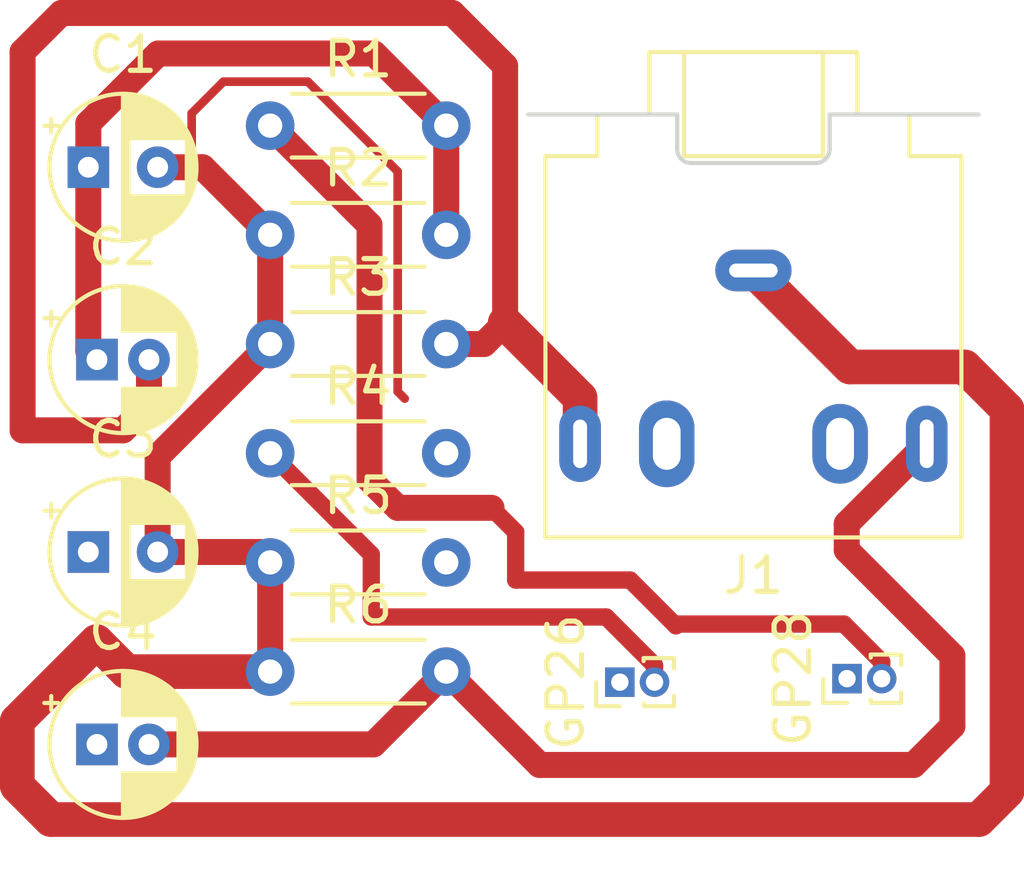
<source format=kicad_pcb>
(kicad_pcb (version 20221018) (generator pcbnew)
  (layers (0 "F.Cu" signal) (31 "B.Cu" signal) (34 "B.Paste" user) (35 "F.Paste" user) (36 "B.SilkS" user "B.Silkscreen") (37 "F.SilkS" user "F.Silkscreen") (38 "B.Mask" user) (39 "F.Mask" user) (44 "Edge.Cuts" user))
  (net 0 "")
  (net 1 "Net-(C2-Pad2)")
  (net 2 "Net-(C3-Pad1)")
  (net 3 "Net-(C1-Pad1)")
  (net 4 "GND")
  (net 5 "Net-(C4-Pad2)")
  (net 8 "Net-(GP26-Pad2)")
  (net 9 "Net-(GP28-Pad2)")
  (footprint "Capacitor_THT:CP_Radial_D4.0mm_P2.00mm" (layer "F.Cu") (at 145.913401 108.31)
    (fp_text reference "C3" (at 1 -3.25) (layer "F.SilkS"))
    (fp_text value "100nF")
    (pad "1" thru_hole rect (at 0 0) (size 1.2 1.2) (drill 0.6) (layers "*.Cu" "*.Mask") (net 2 "Net-(C3-Pad1)"))
    (pad "2" thru_hole circle (at 2 0) (size 1.2 1.2) (drill 0.6) (layers "*.Cu" "*.Mask") (net 4 "GND"))
  )
  (footprint "Resistor_THT:R_Axial_DIN0204_L3.6mm_D1.6mm_P5.08mm_Horizontal" (layer "F.Cu") (at 151.1586 111.76)
    (fp_text reference "R6" (at 2.54 -1.92) (layer "F.SilkS"))
    (fp_text value "1,8k")
    (pad "1" thru_hole circle (at 0 0) (size 1.4 1.4) (drill 0.7) (layers "*.Cu" "*.Mask") (net 4 "GND"))
    (pad "2" thru_hole oval (at 5.08 0) (size 1.4 1.4) (drill 0.7) (layers "*.Cu" "*.Mask") (net 5 "Net-(C4-Pad2)"))
  )
  (footprint "Capacitor_THT:CP_Radial_D4.0mm_P1.50mm" (layer "F.Cu") (at 146.163401 113.86)
    (fp_text reference "C4" (at 0.75 -3.25) (layer "F.SilkS"))
    (fp_text value "47uF")
    (pad "1" thru_hole rect (at 0 0) (size 1.2 1.2) (drill 0.6) (layers "*.Cu" "*.Mask") (net 2 "Net-(C3-Pad1)"))
    (pad "2" thru_hole circle (at 1.5 0) (size 1.2 1.2) (drill 0.6) (layers "*.Cu" "*.Mask") (net 5 "Net-(C4-Pad2)"))
  )
  (footprint "Resistor_THT:R_Axial_DIN0204_L3.6mm_D1.6mm_P5.08mm_Horizontal" (layer "F.Cu") (at 151.1586 96.01)
    (fp_text reference "R1" (at 2.54 -1.92) (layer "F.SilkS"))
    (fp_text value "220")
    (pad "1" thru_hole circle (at 0 0) (size 1.4 1.4) (drill 0.7) (layers "*.Cu" "*.Mask") (net 9 "Net-(GP28-Pad2)"))
    (pad "2" thru_hole oval (at 5.08 0) (size 1.4 1.4) (drill 0.7) (layers "*.Cu" "*.Mask") (net 3 "Net-(C1-Pad1)"))
  )
  (footprint "Capacitor_THT:CP_Radial_D4.0mm_P2.00mm" (layer "F.Cu") (at 145.913401 97.21)
    (fp_text reference "C1" (at 1 -3.25) (layer "F.SilkS"))
    (fp_text value "100nF")
    (pad "1" thru_hole rect (at 0 0) (size 1.2 1.2) (drill 0.6) (layers "*.Cu" "*.Mask") (net 3 "Net-(C1-Pad1)"))
    (pad "2" thru_hole circle (at 2 0) (size 1.2 1.2) (drill 0.6) (layers "*.Cu" "*.Mask") (net 4 "GND"))
  )
  (footprint "Resistor_THT:R_Axial_DIN0204_L3.6mm_D1.6mm_P5.08mm_Horizontal" (layer "F.Cu") (at 151.1586 108.61)
    (fp_text reference "R5" (at 2.54 -1.92) (layer "F.SilkS"))
    (fp_text value "100")
    (pad "1" thru_hole circle (at 0 0) (size 1.4 1.4) (drill 0.7) (layers "*.Cu" "*.Mask") (net 4 "GND"))
    (pad "2" thru_hole oval (at 5.08 0) (size 1.4 1.4) (drill 0.7) (layers "*.Cu" "*.Mask") (net 2 "Net-(C3-Pad1)"))
  )
  (footprint "Resistor_THT:R_Axial_DIN0204_L3.6mm_D1.6mm_P5.08mm_Horizontal" (layer "F.Cu") (at 151.1586 105.46)
    (fp_text reference "R4" (at 2.54 -1.92) (layer "F.SilkS"))
    (fp_text value "220")
    (pad "1" thru_hole circle (at 0 0) (size 1.4 1.4) (drill 0.7) (layers "*.Cu" "*.Mask") (net 8 "Net-(GP26-Pad2)"))
    (pad "2" thru_hole oval (at 5.08 0) (size 1.4 1.4) (drill 0.7) (layers "*.Cu" "*.Mask") (net 2 "Net-(C3-Pad1)"))
  )
  (footprint "Capacitor_THT:CP_Radial_D4.0mm_P1.50mm" (layer "F.Cu") (at 146.163401 102.76)
    (fp_text reference "C2" (at 0.75 -3.25) (layer "F.SilkS"))
    (fp_text value "47uF")
    (pad "1" thru_hole rect (at 0 0) (size 1.2 1.2) (drill 0.6) (layers "*.Cu" "*.Mask") (net 3 "Net-(C1-Pad1)"))
    (pad "2" thru_hole circle (at 1.5 0) (size 1.2 1.2) (drill 0.6) (layers "*.Cu" "*.Mask") (net 1 "Net-(C2-Pad2)"))
  )
  (footprint "Connector_PinHeader_1.00mm:PinHeader_1x02_P1.00mm_Vertical" (layer "F.Cu") (at 161.2472 112.0648 90)
    (fp_text reference "GP26" (at 0 -1.56 90) (layer "F.SilkS"))
    (fp_text value "~")
    (pad "1" thru_hole rect (at 0 0 90) (size 0.85 0.85) (drill 0.5) (layers "*.Cu" "*.Mask"))
    (pad "2" thru_hole oval (at 0 1 90) (size 0.85 0.85) (drill 0.5) (layers "*.Cu" "*.Mask") (net 8 "Net-(GP26-Pad2)"))
  )
  (footprint "Connector_Audio:Jack_3.5mm_CUI_SJ1-3525N_Horizontal" (layer "F.Cu") (at 165.1 100.1888 180)
    (fp_text reference "J1" (at 0 -8.8) (layer "F.SilkS"))
    (fp_text value "AudioJack3")
    (fp_line (start -2.2 3.5) (end -2.2 4.5) (stroke (width 0.12)) (layer "Edge.Cuts"))
    (fp_line (start -2.2 4.5) (end -6.5 4.5) (stroke (width 0.12)) (layer "Edge.Cuts"))
    (fp_line (start 1.8 3.1) (end -1.8 3.1) (stroke (width 0.12)) (layer "Edge.Cuts"))
    (fp_line (start 2.2 3.5) (end 2.2 4.5) (stroke (width 0.12)) (layer "Edge.Cuts"))
    (fp_line (start 2.2 4.5) (end 6.5 4.5) (stroke (width 0.12)) (layer "Edge.Cuts"))
    (fp_arc (start -2.2 3.5) (mid -2.082842 3.217158) (end -1.8 3.1) (stroke (width 0.12)) (layer "Edge.Cuts"))
    (fp_arc (start 1.8 3.1) (mid 2.082843 3.217157) (end 2.2 3.5) (stroke (width 0.12)) (layer "Edge.Cuts"))
    (pad "" np_thru_hole circle (at -5 0 180) (size 1.2 1.2) (drill 1.2) (layers "*.Cu"))
    (pad "" np_thru_hole circle (at -5 2.5 180) (size 1.2 1.2) (drill 1.2) (layers "*.Cu"))
    (pad "" np_thru_hole circle (at 0 -5 180) (size 1.2 1.2) (drill 1.2) (layers "*.Cu"))
    (pad "" np_thru_hole circle (at 5 0 180) (size 1.2 1.2) (drill 1.2) (layers "*.Cu"))
    (pad "" np_thru_hole circle (at 5 2.5 180) (size 1.2 1.2) (drill 1.2) (layers "*.Cu"))
    (pad "R" thru_hole oval (at -5 -5 180) (size 1.2 2.2) (drill oval 0.4 1.4) (layers "*.Cu" "*.Mask") (net 5 "Net-(C4-Pad2)"))
    (pad "RN" thru_hole oval (at -2.5 -5 180) (size 1.6 2.3) (drill oval 0.8 1.5) (layers "*.Cu" "*.Mask"))
    (pad "S" thru_hole oval (at 0 0 180) (size 2.2 1.2) (drill oval 1.4 0.4) (layers "*.Cu" "*.Mask") (net 4 "GND"))
    (pad "T" thru_hole oval (at 5 -5) (size 1.2 2.2) (drill oval 0.4 1.4) (layers "*.Cu" "*.Mask") (net 1 "Net-(C2-Pad2)"))
    (pad "TN" thru_hole oval (at 2.5 -5) (size 1.6 2.5) (drill oval 0.8 1.5) (layers "*.Cu" "*.Mask"))
  )
  (footprint "Resistor_THT:R_Axial_DIN0204_L3.6mm_D1.6mm_P5.08mm_Horizontal" (layer "F.Cu") (at 151.1586 99.16)
    (fp_text reference "R2" (at 2.54 -1.92) (layer "F.SilkS"))
    (fp_text value "100")
    (pad "1" thru_hole circle (at 0 0) (size 1.4 1.4) (drill 0.7) (layers "*.Cu" "*.Mask") (net 4 "GND"))
    (pad "2" thru_hole oval (at 5.08 0) (size 1.4 1.4) (drill 0.7) (layers "*.Cu" "*.Mask") (net 3 "Net-(C1-Pad1)"))
  )
  (footprint "Connector_PinHeader_1.00mm:PinHeader_1x02_P1.00mm_Vertical" (layer "F.Cu") (at 167.8004 111.9632 90)
    (fp_text reference "GP28" (at 0 -1.56 90) (layer "F.SilkS"))
    (fp_text value "~")
    (pad "1" thru_hole rect (at 0 0 90) (size 0.85 0.85) (drill 0.5) (layers "*.Cu" "*.Mask"))
    (pad "2" thru_hole oval (at 0 1 90) (size 0.85 0.85) (drill 0.5) (layers "*.Cu" "*.Mask") (net 9 "Net-(GP28-Pad2)"))
  )
  (footprint "Resistor_THT:R_Axial_DIN0204_L3.6mm_D1.6mm_P5.08mm_Horizontal" (layer "F.Cu") (at 151.1586 102.31)
    (fp_text reference "R3" (at 2.54 -1.92) (layer "F.SilkS"))
    (fp_text value "1,8k")
    (pad "1" thru_hole circle (at 0 0) (size 1.4 1.4) (drill 0.7) (layers "*.Cu" "*.Mask") (net 4 "GND"))
    (pad "2" thru_hole oval (at 5.08 0) (size 1.4 1.4) (drill 0.7) (layers "*.Cu" "*.Mask") (net 1 "Net-(C2-Pad2)"))
  )
  (segment (start 157.9372 94.2848) (end 156.4132 92.7608) (width 0.75) (layer "F.Cu") (net 1))
  (segment (start 156.4132 92.7608) (end 145.1356 92.7608) (width 0.75) (layer "F.Cu") (net 1))
  (segment (start 144.018 104.8004) (end 146.9136 104.8004) (width 0.75) (layer "F.Cu") (net 1))
  (segment (start 146.9136 104.8004) (end 147.663401 104.050599) (width 0.75) (layer "F.Cu") (net 1))
  (segment (start 147.663401 104.050599) (end 147.663401 102.76) (width 0.75) (layer "F.Cu") (net 1))
  (segment (start 160.1 103.8644) (end 157.9372 101.7016) (width 1) (layer "F.Cu") (net 1))
  (segment (start 157.9372 101.7016) (end 157.9372 94.2848) (width 0.75) (layer "F.Cu") (net 1))
  (segment (start 157.3288 102.31) (end 157.9372 101.7016) (width 0.75) (layer "F.Cu") (net 1))
  (segment (start 156.2386 102.31) (end 157.3288 102.31) (width 0.75) (layer "F.Cu") (net 1))
  (segment (start 160.1 105.1888) (end 160.1 103.8644) (width 1) (layer "F.Cu") (net 1))
  (segment (start 145.1356 92.7608) (end 144.018 93.8784) (width 0.75) (layer "F.Cu") (net 1))
  (segment (start 144.018 93.8784) (end 144.018 104.8004) (width 0.75) (layer "F.Cu") (net 1))
  (segment (start 154.1578 93.9292) (end 156.2386 96.01) (width 0.75) (layer "F.Cu") (net 3))
  (segment (start 147.9296 93.9292) (end 154.1578 93.9292) (width 0.75) (layer "F.Cu") (net 3))
  (segment (start 145.913401 97.21) (end 145.913401 95.945399) (width 0.75) (layer "F.Cu") (net 3))
  (segment (start 145.913401 97.21) (end 145.913401 102.51) (width 0.75) (layer "F.Cu") (net 3))
  (segment (start 145.913401 102.51) (end 146.163401 102.76) (width 0.75) (layer "F.Cu") (net 3))
  (segment (start 145.913401 95.945399) (end 147.9296 93.9292) (width 0.75) (layer "F.Cu") (net 3))
  (segment (start 156.2386 96.01) (end 156.2386 99.16) (width 0.75) (layer "F.Cu") (net 3))
  (segment (start 148.8948 95.6564) (end 148.8948 96.8962) (width 0.25) (layer "F.Cu") (net 4))
  (segment (start 147.0152 111.76) (end 151.1586 111.76) (width 1) (layer "F.Cu") (net 4))
  (segment (start 171.196 102.9716) (end 172.4152 104.1908) (width 1) (layer "F.Cu") (net 4))
  (segment (start 171.6024 116.0272) (end 144.8308 116.0272) (width 1) (layer "F.Cu") (net 4))
  (segment (start 150.8586 108.31) (end 151.1586 108.61) (width 0.75) (layer "F.Cu") (net 4))
  (segment (start 143.8656 113.1824) (end 146.1516 110.8964) (width 1) (layer "F.Cu") (net 4))
  (segment (start 152.2476 94.742) (end 149.8092 94.742) (width 0.25) (layer "F.Cu") (net 4))
  (segment (start 151.1586 108.61) (end 151.1586 111.76) (width 0.75) (layer "F.Cu") (net 4))
  (segment (start 148.8948 96.8962) (end 149.2086 97.21) (width 0.25) (layer "F.Cu") (net 4))
  (segment (start 167.8828 102.9716) (end 171.196 102.9716) (width 1) (layer "F.Cu") (net 4))
  (segment (start 144.8308 116.0272) (end 143.8656 115.062) (width 1) (layer "F.Cu") (net 4))
  (segment (start 147.913401 108.31) (end 150.8586 108.31) (width 0.75) (layer "F.Cu") (net 4))
  (segment (start 149.2086 97.21) (end 151.1586 99.16) (width 0.75) (layer "F.Cu") (net 4))
  (segment (start 147.913401 105.555199) (end 147.913401 108.31) (width 0.75) (layer "F.Cu") (net 4))
  (segment (start 151.1586 102.31) (end 147.913401 105.555199) (width 0.75) (layer "F.Cu") (net 4))
  (segment (start 172.4152 115.2144) (end 171.6024 116.0272) (width 1) (layer "F.Cu") (net 4))
  (segment (start 149.8092 94.742) (end 148.8948 95.6564) (width 0.25) (layer "F.Cu") (net 4))
  (segment (start 154.8384 103.6828) (end 154.8384 97.3328) (width 0.25) (layer "F.Cu") (net 4))
  (segment (start 146.1516 110.8964) (end 147.0152 111.76) (width 1) (layer "F.Cu") (net 4))
  (segment (start 154.8384 97.3328) (end 152.2476 94.742) (width 0.25) (layer "F.Cu") (net 4))
  (segment (start 165.1 100.1888) (end 167.8828 102.9716) (width 1) (layer "F.Cu") (net 4))
  (segment (start 143.8656 115.062) (end 143.8656 113.1824) (width 1) (layer "F.Cu") (net 4))
  (segment (start 172.4152 104.1908) (end 172.4152 115.2144) (width 1) (layer "F.Cu") (net 4))
  (segment (start 147.913401 97.21) (end 149.2086 97.21) (width 0.75) (layer "F.Cu") (net 4))
  (segment (start 155.0406 103.885) (end 154.8384 103.6828) (width 0.25) (layer "F.Cu") (net 4))
  (segment (start 151.1586 99.16) (end 151.1586 102.31) (width 0.75) (layer "F.Cu") (net 4))
  (segment (start 170.8404 111.3028) (end 167.7924 108.2548) (width 0.75) (layer "F.Cu") (net 5))
  (segment (start 147.663401 113.86) (end 154.1386 113.86) (width 0.75) (layer "F.Cu") (net 5))
  (segment (start 158.931 114.4524) (end 169.7228 114.4524) (width 0.75) (layer "F.Cu") (net 5))
  (segment (start 167.7924 108.2548) (end 167.7924 107.4964) (width 0.75) (layer "F.Cu") (net 5))
  (segment (start 170.8404 113.3348) (end 170.8404 111.3028) (width 0.75) (layer "F.Cu") (net 5))
  (segment (start 167.7924 107.4964) (end 170.1 105.1888) (width 0.75) (layer "F.Cu") (net 5))
  (segment (start 169.7228 114.4524) (end 170.8404 113.3348) (width 0.75) (layer "F.Cu") (net 5))
  (segment (start 154.1386 113.86) (end 156.2386 111.76) (width 0.75) (layer "F.Cu") (net 5))
  (segment (start 156.2386 111.76) (end 158.931 114.4524) (width 0.75) (layer "F.Cu") (net 5))
  (segment (start 154.0764 108.3778) (end 151.1586 105.46) (width 0.5) (layer "F.Cu") (net 8))
  (segment (start 162.2472 112.0648) (end 162.2472 111.578404) (width 0.5) (layer "F.Cu") (net 8))
  (segment (start 154.0764 110.1852) (end 154.0764 108.3778) (width 0.5) (layer "F.Cu") (net 8))
  (segment (start 160.853996 110.1852) (end 154.0764 110.1852) (width 0.5) (layer "F.Cu") (net 8))
  (segment (start 162.2472 111.578404) (end 160.853996 110.1852) (width 0.5) (layer "F.Cu") (net 8))
  (segment (start 154.0256 98.877) (end 154.0256 106.2228) (width 0.75) (layer "F.Cu") (net 9))
  (segment (start 158.242 109.1184) (end 158.242 107.731953) (width 0.5) (layer "F.Cu") (net 9))
  (segment (start 154.0256 106.2228) (end 154.8384 107.0356) (width 0.75) (layer "F.Cu") (net 9))
  (segment (start 162.9156 110.3884) (end 162.8648 110.4392) (width 0.5) (layer "F.Cu") (net 9))
  (segment (start 162.8648 110.4392) (end 161.544 109.1184) (width 0.5) (layer "F.Cu") (net 9))
  (segment (start 161.544 109.1184) (end 158.242 109.1184) (width 0.5) (layer "F.Cu") (net 9))
  (segment (start 168.8004 111.476804) (end 167.711996 110.3884) (width 0.5) (layer "F.Cu") (net 9))
  (segment (start 154.8384 107.0356) (end 157.545647 107.0356) (width 0.75) (layer "F.Cu") (net 9))
  (segment (start 168.8004 111.9632) (end 168.8004 111.476804) (width 0.5) (layer "F.Cu") (net 9))
  (segment (start 158.242 107.731953) (end 157.545647 107.0356) (width 0.5) (layer "F.Cu") (net 9))
  (segment (start 151.1586 96.01) (end 154.0256 98.877) (width 0.75) (layer "F.Cu") (net 9))
  (segment (start 167.711996 110.3884) (end 162.9156 110.3884) (width 0.5) (layer "F.Cu") (net 9))
)
</source>
